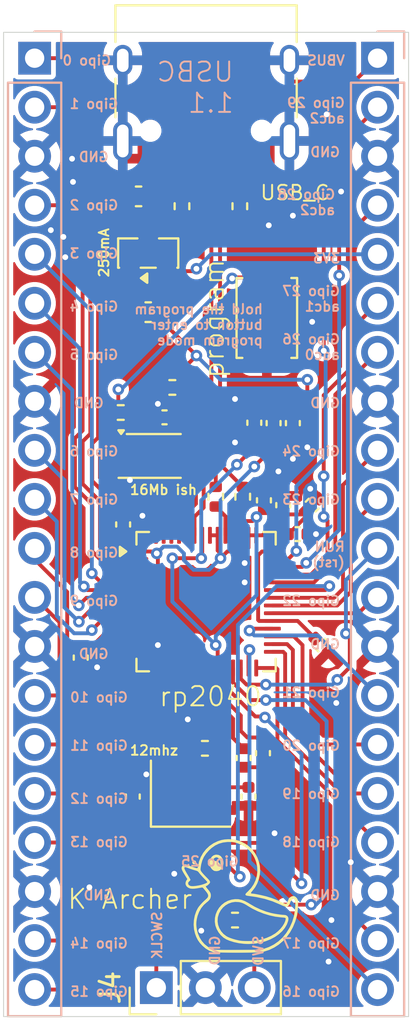
<source format=kicad_pcb>
(kicad_pcb (version 20241229) (generator "pcbnew") (generator_version "9.0")
  (layers (0 "F.Cu" signal) (2 "B.Cu" signal) (13 "F.Paste" user) (15 "B.Paste" user) (5 "F.SilkS" user "F.Silkscreen") (7 "B.SilkS" user "B.Silkscreen") (1 "F.Mask" user) (3 "B.Mask" user) (25 "Edge.Cuts" user))
  (net 0 "")
  (net 1 "GND")
  (net 2 "+3V3")
  (net 3 "+1V1")
  (net 4 "VBUS")
  (net 5 "XIN")
  (net 6 "Net-(C16-Pad2)")
  (net 7 "USB_D-")
  (net 8 "USB_D+")
  (net 9 "Net-(J1-CC2)")
  (net 10 "Net-(J1-CC1)")
  (net 11 "GIPO15")
  (net 12 "GIPO13")
  (net 13 "GIPO7")
  (net 14 "GIPO4")
  (net 15 "GIPO3")
  (net 16 "GIPO0")
  (net 17 "GIPO2")
  (net 18 "GIPO14")
  (net 19 "GIPO1")
  (net 20 "GIPO8")
  (net 21 "GIPO12")
  (net 22 "GIPO10")
  (net 23 "GIPO6")
  (net 24 "GIPO9")
  (net 25 "GIPO11")
  (net 26 "GIPO5")
  (net 27 "GIPO22")
  (net 28 "GIPO28_ADC2")
  (net 29 "GIPO17")
  (net 30 "GIPO26_ADC0")
  (net 31 "GIPO24")
  (net 32 "GIPO23")
  (net 33 "GIPO20")
  (net 34 "GIPO21")
  (net 35 "GIPO29_ADC3")
  (net 36 "GIPO19")
  (net 37 "RUN")
  (net 38 "GIPO27_ADC1")
  (net 39 "GIPO18")
  (net 40 "GIPO16")
  (net 41 "GIPO25")
  (net 42 "SWD")
  (net 43 "SWCLK")
  (net 44 "Net-(U1-USB_DP)")
  (net 45 "Net-(U1-USB_DM)")
  (net 46 "XOUT")
  (net 47 "QSPI_SS")
  (net 48 "Net-(R7-Pad1)")
  (net 49 "QSPI_SCLK")
  (net 50 "QSPI_SD3")
  (net 51 "QSPI_SD0")
  (net 52 "QSPI_SD1")
  (net 53 "QSPI_SD2")
  (net 54 "Net-(D1-K)")
  (footprint "Capacitor_SMD:C_0603_1608Metric" (layer "F.Cu") (at 93 100.5 180)
    (property "Reference" "C14" (hide yes))
    (property "Value" "10uf" (hide yes))
  )
  (footprint "Capacitor_SMD:C_0402_1005Metric" (layer "F.Cu") (at 97.95 123.6 -90)
    (property "Reference" "C4" (hide yes))
    (property "Value" "0.1uf" (hide yes))
  )
  (footprint "Capacitor_SMD:C_0603_1608Metric" (layer "F.Cu") (at 92.5 94.5 180)
    (property "Reference" "C13" (hide yes))
    (property "Value" "10uf" (hide yes))
  )
  (footprint "Capacitor_SMD:C_0402_1005Metric" (layer "F.Cu") (at 100.5 106.25 90)
    (property "Reference" "C5" (hide yes))
    (property "Value" "0.1uf" (hide yes))
  )
  (footprint "LED_SMD:LED_0402_1005Metric" (layer "F.Cu") (at 96.475 129.01)
    (property "Reference" "D1" (hide yes))
    (property "Value" "red" (hide yes))
  )
  (footprint "Package_TO_SOT_SMD:SOT-23" (layer "F.Cu") (at 93 97.4375 90)
    (property "Reference" "U4" (hide yes))
    (property "Value" "MCP1700x-330xxTT" (hide yes))
  )
  (footprint "Capacitor_SMD:C_0402_1005Metric" (layer "F.Cu") (at 102 117.75 -45)
    (property "Reference" "C2" (hide yes))
    (property "Value" "0.1uf" (hide yes))
  )
  (footprint "Resistor_SMD:R_0402_1005Metric" (layer "F.Cu") (at 97.5 132)
    (property "Reference" "R8" (hide yes))
    (property "Value" "1K" (hide yes))
  )
  (footprint "Package_DFN_QFN:QFN-56-1EP_7x7mm_P0.4mm_EP3.2x3.2mm" (layer "F.Cu") (at 96 115.5)
    (property "Reference" "U1" (hide yes))
    (property "Value" "RP2040" (hide yes))
  )
  (footprint "Resistor_SMD:R_0402_1005Metric" (layer "F.Cu") (at 94.25 104.4 180)
    (property "Reference" "R6" (hide yes))
    (property "Value" "10K" (hide yes))
  )
  (footprint "LOGO" (layer "F.Cu") (at 98.151026 130.749317)
    (property "Reference" "G***" (hide yes))
    (property "Value" "LOGO" (hide yes))
  )
  (footprint "Capacitor_SMD:C_0402_1005Metric" (layer "F.Cu") (at 100 110.5 90)
    (property "Reference" "C1" (hide yes))
    (property "Value" "1uf" (hide yes))
  )
  (footprint "Resistor_SMD:R_0402_1005Metric" (layer "F.Cu") (at 97.9 110.0625 -90)
    (property "Reference" "R4" (hide yes))
    (property "Value" "27" (hide yes))
  )
  (footprint "Capacitor_SMD:C_0402_1005Metric" (layer "F.Cu") (at 92.2 125.6 -90)
    (property "Reference" "C16" (hide yes))
    (property "Value" "33pF" (hide yes))
  )
  (footprint "Capacitor_SMD:C_0402_1005Metric" (layer "F.Cu") (at 98.95 123.35 -90)
    (property "Reference" "C11" (hide yes))
    (property "Value" "0.1uf" (hide yes))
  )
  (footprint "Capacitor_SMD:C_0402_1005Metric" (layer "F.Cu") (at 93.845 105.95 180)
    (property "Reference" "C6" (hide yes))
    (property "Value" "0.1uf" (hide yes))
  )
  (footprint "Capacitor_SMD:C_0402_1005Metric" (layer "F.Cu") (at 98.2 125.6 90)
    (property "Reference" "C15" (hide yes))
    (property "Value" "33pF" (hide yes))
  )
  (footprint "Resistor_SMD:R_0402_1005Metric" (layer "F.Cu") (at 95.94 123.1)
    (property "Reference" "R5" (hide yes))
    (property "Value" "1K" (hide yes))
  )
  (footprint "Resistor_SMD:R_0402_1005Metric" (layer "F.Cu") (at 91.575 105.7)
    (property "Reference" "R7" (hide yes))
    (property "Value" "1k" (hide yes))
  )
  (footprint "Capacitor_SMD:C_0402_1005Metric" (layer "F.Cu") (at 100.75 112)
    (property "Reference" "C7" (hide yes))
    (property "Value" "0.1uf" (hide yes))
  )
  (footprint "Capacitor_SMD:C_0402_1005Metric" (layer "F.Cu") (at 91.7 111.5 90)
    (property "Reference" "C8" (hide yes))
    (property "Value" "0.1uf" (hide yes))
  )
  (footprint "Capacitor_SMD:C_0402_1005Metric" (layer "F.Cu") (at 99.5 106.25 90)
    (property "Reference" "C3" (hide yes))
    (property "Value" "0.1uf" (hide yes))
  )
  (footprint "Capacitor_SMD:C_0402_1005Metric" (layer "F.Cu") (at 101.5 110.5 45)
    (property "Reference" "C9" (hide yes))
    (property "Value" "0.1uf" (hide yes))
  )
  (footprint "Connector_USB:USB_C_Receptacle_HRO_TYPE-C-31-M-12" (layer "F.Cu") (at 96 88.5 180)
    (property "Reference" "J1" (hide yes))
    (property "Value" "USB_C_Receptacle_USB2.0_14P" (hide yes))
  )
  (footprint "Capacitor_SMD:C_0402_1005Metric" (layer "F.Cu") (at 98.5 106.23 90)
    (property "Reference" "C10" (hide yes))
    (property "Value" "1uf" (hide yes))
  )
  (footprint "Capacitor_SMD:C_0402_1005Metric" (layer "F.Cu") (at 89.5 118.4 -90)
    (property "Reference" "C17" (hide yes))
    (property "Value" "0.1uf" (hide yes))
  )
  (footprint "Resistor_SMD:R_0402_1005Metric" (layer "F.Cu") (at 94.75 95.01 -90)
    (property "Reference" "R2" (hide yes))
    (property "Value" "5.1k" (hide yes))
  )
  (footprint "Crystal:Crystal_SMD_3225-4Pin_3.2x2.5mm" (layer "F.Cu") (at 95.2 125.45)
    (property "Reference" "Y1" (hide yes))
    (property "Value" "12 MHz" (hide yes))
  )
  (footprint "Button_Switch_SMD:SW_Push_SPST_NO_Alps_SKRK" (layer "F.Cu") (at 99.15 100.8 90)
    (property "Reference" "SW1" (hide yes))
    (property "Value" "SW_Push" (hide yes))
  )
  (footprint "Resistor_SMD:R_0402_1005Metric" (layer "F.Cu") (at 97.75 95.01 -90)
    (property "Reference" "R1" (hide yes))
    (property "Value" "5.1k" (hide yes))
  )
  (footprint "Package_SON:Winbond_USON-8-1EP_3x2mm_P0.5mm_EP0.2x1.6mm" (layer "F.Cu") (at 93.075 107.95)
    (property "Reference" "U3" (hide yes))
    (property "Value" "W25Q16JVZPIQ TR" (hide yes))
  )
  (footprint "Resistor_SMD:R_0402_1005Metric" (layer "F.Cu") (at 96.5 110.0625 -90)
    (property "Reference" "R3" (hide yes))
    (property "Value" "27" (hide yes))
  )
  (footprint "Capacitor_SMD:C_0402_1005Metric" (layer "F.Cu") (at 99 110.25 90)
    (property "Reference" "C12" (hide yes))
    (property "Value" "0.1uf" (hide yes))
  )
  (footprint "Connector_PinHeader_2.54mm:PinHeader_1x03_P2.54mm_Vertical" (layer "F.Cu") (at 93.42 135.5 90)
    (property "Reference" "J4")
    (property "Value" "Conn_01x03" (hide yes))
  )
  (footprint "Connector_PinHeader_2.54mm:PinHeader_1x20_P2.54mm_Vertical" (layer "B.Cu") (at 104.89 87.34 180)
    (property "Reference" "J3" (hide yes))
    (property "Value" "Conn_01x20" (hide yes))
  )
  (footprint "Connector_PinHeader_2.54mm:PinHeader_1x20_P2.54mm_Vertical" (layer "B.Cu") (at 87.11 87.34 180)
    (property "Reference" "J2" (hide yes))
    (property "Value" "Conn_01x20" (hide yes))
  )
  (gr_rect (start 85.5 86) (end 106.5 137) (stroke (width 0.05)) (fill no) (layer "Edge.Cuts"))
  (gr_text "16Mb ish" (at 92 110 0) (layer "F.SilkS") (effects (font (size 0.5 0.5) (thickness 0.1)) (justify left bottom)))
  (gr_text "K Archer" (at 88.75 131.5 0) (layer "F.SilkS") (effects (font (size 1 1) (thickness 0.1)) (justify left bottom)))
  (gr_text "12mhz" (at 92 123.5 0) (layer "F.SilkS") (effects (font (size 0.5 0.5) (thickness 0.1)) (justify left bottom)))
  (gr_text "rp2040" (at 93.5 121 0) (layer "F.SilkS") (effects (font (size 1 1) (thickness 0.1)) (justify left bottom)))
  (gr_text "250mA" (at 91 98.75 90) (layer "F.SilkS") (effects (font (size 0.5 0.5) (thickness 0.1)) (justify left bottom)))
  (gr_text "USB_C" (at 98.75 94.75 0) (layer "F.SilkS") (effects (font (size 0.75 0.75) (thickness 0.1)) (justify left bottom)))
  (gr_text "program" (at 97 104 90) (layer "F.SilkS") (effects (font (size 1 1) (thickness 0.1)) (justify left bottom)))
  (gr_text "Gipo 3" (at 91.5 97.75 0) (layer "B.SilkS") (effects (font (size 0.5 0.5) (thickness 0.1)) (justify left bottom mirror)))
  (gr_text "Gipo 11" (at 92 123.25 0) (layer "B.SilkS") (effects (font (size 0.5 0.5) (thickness 0.1)) (justify left bottom mirror)))
  (gr_text "Gipo 29\nadc2" (at 103.25 90.75 0) (layer "B.SilkS") (effects (font (size 0.5 0.5) (thickness 0.1)) (justify left bottom mirror)))
  (gr_text "Gipo 23" (at 103 110.5 0) (layer "B.SilkS") (effects (font (size 0.5 0.5) (thickness 0.1)) (justify left bottom mirror)))
  (gr_text "VBUS" (at 103.25 87.75 0) (layer "B.SilkS") (effects (font (size 0.5 0.5) (thickness 0.1)) (justify left bottom mirror)))
  (gr_text "Gipo 21" (at 103 120.5 0) (layer "B.SilkS") (effects (font (size 0.5 0.5) (thickness 0.1)) (justify left bottom mirror)))
  (gr_text "Gipo 6" (at 91.5 108 0) (layer "B.SilkS") (effects (font (size 0.5 0.5) (thickness 0.1)) (justify left bottom mirror)))
  (gr_text "GND" (at 91 92.75 0) (layer "B.SilkS") (effects (font (size 0.5 0.5) (thickness 0.1)) (justify left bottom mirror)))
  (gr_text "Gipo 25" (at 97.75 129.25 0) (layer "B.SilkS") (effects (font (size 0.5 0.5) (thickness 0.1)) (justify left bottom mirror)))
  (gr_text "Gipo 24" (at 103 108 0) (layer "B.SilkS") (effects (font (size 0.5 0.5) (thickness 0.1)) (justify left bottom mirror)))
  (gr_text "Gipo 20" (at 103 123.25 0) (layer "B.SilkS") (effects (font (size 0.5 0.5) (thickness 0.1)) (justify left bottom mirror)))
  (gr_text "GND" (at 103 131 0) (layer "B.SilkS") (effects (font (size 0.5 0.5) (thickness 0.1)) (justify left bottom mirror)))
  (gr_text "USBC\n1.1" (at 97.5 90.25 0) (layer "B.SilkS") (effects (font (size 1 1) (thickness 0.1)) (justify left bottom mirror)))
  (gr_text "GND" (at 91 118.5 0) (layer "B.SilkS") (effects (font (size 0.5 0.5) (thickness 0.1)) (justify left bottom mirror)))
  (gr_text "RUN\n(rst)" (at 103.25 113.75 0) (layer "B.SilkS") (effects (font (size 0.5 0.5) (thickness 0.1)) (justify left bottom mirror)))
  (gr_text "GND" (at 96.75 132.75 90) (layer "B.SilkS") (effects (font (size 0.5 0.5) (thickness 0.1)) (justify left bottom mirror)))
  (gr_text "Gipo 8" (at 91.5 113.25 0) (layer "B.SilkS") (effects (font (size 0.5 0.5) (thickness 0.1)) (justify left bottom mirror)))
  (gr_text "3V3" (at 103 98 0) (layer "B.SilkS") (effects (font (size 0.5 0.5) (thickness 0.1)) (justify left bottom mirror)))
  (gr_text "Gipo 17" (at 103 133.5 0) (layer "B.SilkS") (effects (font (size 0.5 0.5) (thickness 0.1)) (justify left bottom mirror)))
  (gr_text "Gipo 9" (at 91.5 115.75 0) (layer "B.SilkS") (effects (font (size 0.5 0.5) (thickness 0.1)) (justify left bottom mirror)))
  (gr_text "Gipo 5" (at 91.5 103 0) (layer "B.SilkS") (effects (font (size 0.5 0.5) (thickness 0.1)) (justify left bottom mirror)))
  (gr_text "GND" (at 103 92.5 0) (layer "B.SilkS") (effects (font (size 0.5 0.5) (thickness 0.1)) (justify left bottom mirror)))
  (gr_text "Gipo 26\nadc0" (at 103 103 0) (layer "B.SilkS") (effects (font (size 0.5 0.5) (thickness 0.1)) (justify left bottom mirror)))
  (gr_text "GND" (at 103 105.5 0) (layer "B.SilkS") (effects (font (size 0.5 0.5) (thickness 0.1)) (justify left bottom mirror)))
  (gr_text "Gipo 27\nadc1" (at 103 100.5 0) (layer "B.SilkS") (effects (font (size 0.5 0.5) (thickness 0.1)) (justify left bottom mirror)))
  (gr_text "Gipo 12" (at 92 126 0) (layer "B.SilkS") (effects (font (size 0.5 0.5) (thickness 0.1)) (justify left bottom mirror)))
  (gr_text "Gipo 19" (at 103 125.75 0) (layer "B.SilkS") (effects (font (size 0.5 0.5) (thickness 0.1)) (justify left bottom mirror)))
  (gr_text "GND" (at 90.75 105.5 0) (layer "B.SilkS") (effects (font (size 0.5 0.5) (thickness 0.1)) (justify left bottom mirror)))
  (gr_text "SWCLK" (at 93.75 131.5 90) (layer "B.SilkS") (effects (font (size 0.5 0.5) (thickness 0.1)) (justify left bottom mirror)))
  (gr_text "SWD" (at 99 132.75 90) (layer "B.SilkS") (effects (font (size 0.5 0.5) (thickness 0.1)) (justify left bottom mirror)))
  (gr_text "Gipo 18" (at 103 128.25 0) (layer "B.SilkS") (effects (font (size 0.5 0.5) (thickness 0.1)) (justify left bottom mirror)))
  (gr_text "Gipo 0" (at 88.5 87.75 0) (layer "B.SilkS") (effects (font (size 0.5 0.5) (thickness 0.1)) (justify right bottom mirror)))
  (gr_text "Gipo 1" (at 91.5 90 0) (layer "B.SilkS") (effects (font (size 0.5 0.5) (thickness 0.1)) (justify left bottom mirror)))
  (gr_text "Gipo 15" (at 92 136 0) (layer "B.SilkS") (effects (font (size 0.5 0.5) (thickness 0.1)) (justify left bottom mirror)))
  (gr_text "Gipo 14" (at 92 133.5 0) (layer "B.SilkS") (effects (font (size 0.5 0.5) (thickness 0.1)) (justify left bottom mirror)))
  (gr_text "GND" (at 91.25 131 0) (layer "B.SilkS") (effects (font (size 0.5 0.5) (thickness 0.1)) (justify left bottom mirror)))
  (gr_text "hold the program\nbutton to enter\nprogram mode" (at 99 102.25 0) (layer "B.SilkS") (effects (font (size 0.5 0.5) (thickness 0.1)) (justify left bottom mirror)))
  (gr_text "Gipo 4" (at 91.5 100.5 0) (layer "B.SilkS") (effects (font (size 0.5 0.5) (thickness 0.1)) (justify left bottom mirror)))
  (gr_text "Gipo 13" (at 92 128.25 0) (layer "B.SilkS") (effects (font (size 0.5 0.5) (thickness 0.1)) (justify left bottom mirror)))
  (gr_text "Gipo 2" (at 91.5 95.25 0) (layer "B.SilkS") (effects (font (size 0.5 0.5) (thickness 0.1)) (justify left bottom mirror)))
  (gr_text "Gipo 22" (at 103 115.75 0) (layer "B.SilkS") (effects (font (size 0.5 0.5) (thickness 0.1)) (justify left bottom mirror)))
  (gr_text "Gipo 7" (at 91.5 110.5 0) (layer "B.SilkS") (effects (font (size 0.5 0.5) (thickness 0.1)) (justify left bottom mirror)))
  (gr_text "Gipo 10" (at 92 120.75 0) (layer "B.SilkS") (effects (font (size 0.5 0.5) (thickness 0.1)) (justify left bottom mirror)))
  (gr_text "Gipo 16" (at 103 136 0) (layer "B.SilkS") (effects (font (size 0.5 0.5) (thickness 0.1)) (justify left bottom mirror)))
  (gr_text "GND" (at 103 118 0) (layer "B.SilkS") (effects (font (size 0.5 0.5) (thickness 0.1)) (justify left bottom mirror)))
  (gr_text "Gipo 28\nadc2" (at 102.75 95.5 0) (layer "B.SilkS") (effects (font (size 0.5 0.5) (thickness 0.1)) (justify left bottom mirror)))
  (segment (start 91.65 108.8) (end 92.05 109.2) (width 0.2) (layer "F.Cu") (net 1))
  (segment (start 101.23 112) (end 101.697 112) (width 0.2) (layer "F.Cu") (net 1))
  (segment (start 92.9 124.45) (end 93.95 124.45) (width 0.2) (layer "F.Cu") (net 1))
  (segment (start 89.5 118.88) (end 90.33 118.88) (width 0.2) (layer "F.Cu") (net 1))
  (segment (start 93.95 124.45) (end 94.1 124.6) (width 0.2) (layer "F.Cu") (net 1))
  (segment (start 95.05 121.6) (end 94.998 121.548) (width 0.2) (layer "F.Cu") (net 1))
  (segment (start 98.7 124.08) (end 98.95 123.83) (width 0.2) (layer "F.Cu") (net 1))
  (segment (start 101.4 109.721178) (end 101.839411 110.160589) (width 0.2) (layer "F.Cu") (net 1))
  (segment (start 101.4 109.65) (end 101.4 109.721178) (width 0.2) (layer "F.Cu") (net 1))
  (segment (start 91.65 108.7) (end 91.65 108.8) (width 0.2) (layer "F.Cu") (net 1))
  (segment (start 95.05 121.55) (end 94.998 121.498) (width 0.2) (layer "F.Cu") (net 1))
  (segment (start 90.33 118.88) (end 90.35 118.9) (width 0.2) (layer "F.Cu") (net 1))
  (segment (start 92.2 125.12) (end 93.58 125.12) (width 0.2) (layer "F.Cu") (net 1))
  (segment (start 95.05 121.6) (end 95.05 121.55) (width 0.2) (layer "F.Cu") (net 1))
  (segment (start 97.95 124.08) (end 98.7 124.08) (width 0.2) (layer "F.Cu") (net 1))
  (via (at 92.9 124.45) (size 0.6) (drill 0.3) (layers "F.Cu" "B.Cu") (net 1))
  (via (at 103 94.25) (size 0.6) (drill 0.3) (layers "F.Cu" "B.Cu") (net 1))
  (via (at 101.5 101) (size 0.6) (drill 0.3) (layers "F.Cu" "B.Cu") (net 1))
  (via (at 95.75 132.55) (size 0.6) (drill 0.3) (layers "F.Cu" "B.Cu") (net 1))
  (via (at 94.35 129.6) (size 0.6) (drill 0.3) (layers "F.Cu" "B.Cu") (net 1))
  (via (at 89.1 93.75) (size 0.6) (drill 0.3) (layers "F.Cu" "B.Cu") (net 1))
  (via (at 95.05 121.6) (size 0.6) (drill 0.3) (layers "F.Cu" "B.Cu") (net 1))
  (via (at 101.25 107.5) (size 0.6) (drill 0.3) (layers "F.Cu" "B.Cu") (net 1))
  (via (at 97.5 107.25) (size 0.6) (drill 0.3) (layers "F.Cu" "B.Cu") (net 1))
  (via (at 89.95 130.3) (size 0.6) (drill 0.3) (layers "F.Cu" "B.Cu") (net 1))
  (via (at 92.05 109.2) (size 0.6) (drill 0.3) (layers "F.Cu" "B.Cu") (net 1))
  (via (at 99.55 127.5) (size 0.6) (drill 0.3) (layers "F.Cu" "B.Cu") (net 1))
  (via (at 100.5 95.5) (size 0.6) (drill 0.3) (layers "F.Cu" "B.Cu") (net 1))
  (via (at 93.5 117.75) (size 0.6) (drill 0.3) (layers "F.Cu" "B.Cu") (net 1))
  (via (at 97.5 105) (size 0.6) (drill 0.3) (layers "F.Cu" "B.Cu") (net 1))
  (via (at 98 113.5) (size 0.6) (drill 0.3) (layers "F.Cu" "B.Cu") (net 1))
  (via (at 101.4 109.65) (size 0.6) (drill 0.3) (layers "F.Cu" "B.Cu") (net 1))
  (via (at 93.5 105.25) (size 0.6) (drill 0.3) (layers "F.Cu" "B.Cu") (net 1))
  (via (at 87.95 96.25) (size 0.6) (drill 0.3) (layers "F.Cu" "B.Cu") (net 1))
  (via (at 100.5 108.1) (size 0.6) (drill 0.3) (layers "F.Cu" "B.Cu") (net 1))
  (via (at 102.5 132) (size 0.6) (drill 0.3) (layers "F.Cu" "B.Cu") (net 1))
  (via (at 99.25 96) (size 0.6) (drill 0.3) (layers "F.Cu" "B.Cu") (net 1))
  (via (at 88.7 97.65) (size 0.6) (drill 0.3) (layers "F.Cu" "B.Cu") (net 1))
  (via (at 102.25 90.25) (size 0.6) (drill 0.3) (layers "F.Cu" "B.Cu") (net 1))
  (via (at 99.75 108.75) (size 0.6) (drill 0.3) (layers "F.Cu" "B.Cu") (net 1))
  (via (at 102.75 120.75) (size 0.6) (drill 0.3) (layers "F.Cu" "B.Cu") (net 1))
  (via (at 90.35 118.9) (size 0.6) (drill 0.3) (layers "F.Cu" "B.Cu") (net 1))
  (via (at 88.6 96.6) (size 0.6) (drill 0.3) (layers "F.Cu" "B.Cu") (net 1))
  (via (at 103.5 129) (size 0.6) (drill 0.3) (layers "F.Cu" "B.Cu") (net 1))
  (via (at 102.35 134.15) (size 0.6) (drill 0.3) (layers "F.Cu" "B.Cu") (net 1))
  (via (at 89.05 92.55) (size 0.6) (drill 0.3) (layers "F.Cu" "B.Cu") (net 1))
  (via (at 92.7 111.05) (size 0.6) (drill 0.3) (layers "F.Cu" "B.Cu") (net 1))
  (via (at 101.697 112) (size 0.6) (drill 0.3) (layers "F.Cu" "B.Cu") (net 1))
  (via (at 98 114.5) (size 0.6) (drill 0.3) (layers "F.Cu" "B.Cu") (net 1))
  (segment (start 101.697 112) (end 101.4 111.703) (width 0.2) (layer "B.Cu") (net 1))
  (segment (start 101.4 111.703) (end 101.4 109.65) (width 0.2) (layer "B.Cu") (net 1))
  (segment (start 101.02 110.98) (end 101.160589 110.839411) (width 0.2) (layer "F.Cu") (net 2))
  (segment (start 94.325 104.835) (end 94.76 104.4) (width 0.2) (layer "F.Cu") (net 2))
  (segment (start 99.125 107.875) (end 98.5 108.5) (width 0.2) (layer "F.Cu") (net 2))
  (segment (start 98.699 113.103226) (end 98.902226 112.9) (width 0.2) (layer "F.Cu") (net 2))
  (segment (start 89.98 117.92) (end 89.5 117.92) (width 0.2) (layer "F.Cu") (net 2))
  (segment (start 99.4375 116.5) (end 100.75 116.5) (width 0.2) (layer "F.Cu") (net 2))
  (segment (start 96.2 120.3671) (end 96.2 118.9375) (width 0.2) (layer "F.Cu") (net 2))
  (segment (start 95.375 98.375) (end 95.5 98.25) (width 0.2) (layer "F.Cu") (net 2))
  (segment (start 93.25 116.5) (end 93.5 116.75) (width 0.2) (layer "F.Cu") (net 2))
  (segment (start 98.699 116.449) (end 98.699 113.103226) (width 0.2) (layer "F.Cu") (net 2))
  (segment (start 99.355 107.875) (end 100.5 106.73) (width 0.2) (layer "F.Cu") (net 2))
  (segment (start 93.15 112.9) (end 92.5625 112.9) (width 0.2) (layer "F.Cu") (net 2))
  (segment (start 92.5625 112.9) (end 92 112.9) (width 0.2) (layer "F.Cu") (net 2))
  (segment (start 100.75 116.5) (end 101.660589 117.410589) (width 0.2) (layer "F.Cu") (net 2))
  (segment (start 92 112.9) (end 91.7 112.6) (width 0.2) (layer "F.Cu") (net 2))
  (segment (start 93.5 113.25) (end 93.15 112.9) (width 0.2) (layer "F.Cu") (net 2))
  (segment (start 95.5 117.702226) (end 96.2 118.402226) (width 0.2) (layer "F.Cu") (net 2))
  (segment (start 96.599 112.849) (end 96.599 112.0625) (width 0.2) (layer "F.Cu") (net 2))
  (segment (start 101.160589 111.109411) (end 100.27 112) (width 0.2) (layer "F.Cu") (net 2))
  (segment (start 96.6 112.0625) (end 96.2 112.0625) (width 0.2) (layer "F.Cu") (net 2))
  (segment (start 100.0875 112.1825) (end 100.0875 112.25) (width 0.2) (layer "F.Cu") (net 2))
  (segment (start 100 110.98) (end 98.9175 112.0625) (width 0.2) (layer "F.Cu") (net 2))
  (segment (start 93.775 100.5) (end 93.775 101.025) (width 0.2) (layer "F.Cu") (net 2))
  (segment (start 93.5 116.75) (end 93.75 116.75) (width 0.2) (layer "F.Cu") (net 2))
  (segment (start 94.76 103.49) (end 95.5 102.75) (width 0.2) (layer "F.Cu") (net 2))
  (segment (start 94.76 104.4) (end 94.76 103.49) (width 0.2) (layer "F.Cu") (net 2))
  (segment (start 94.325 105.95) (end 94.325 104.835) (width 0.2) (layer "F.Cu") (net 2))
  (segment (start 101.25 105.98) (end 100.5 106.73) (width 0.2) (layer "F.Cu") (net 2))
  (segment (start 98.75 116.5) (end 98.699 116.449) (width 0.2) (layer "F.Cu") (net 2))
  (segment (start 97.95 123.12) (end 97.4 122.57) (width 0.2) (layer "F.Cu") (net 2))
  (segment (start 93.5 116.25) (end 93.5 113.25) (width 0.2) (layer "F.Cu") (net 2))
  (segment (start 93.75 116.75) (end 94 117) (width 0.2) (layer "F.Cu") (net 2))
  (segment (start 93.95 98.375) (end 93.95 100.325) (width 0.2) (layer "F.Cu") (net 2))
  (segment (start 98.9175 112.0625) (end 98.2 112.0625) (width 0.2) (layer "F.Cu") (net 2))
  (segment (start 94.325 105.95) (end 94.325 107.025) (width 0.2) (layer "F.Cu") (net 2))
  (segment (start 97.101 112.899) (end 98.001 112.899) (width 0.2) (layer "F.Cu") (net 2))
  (segment (start 96.75 113.25) (end 97.101 112.899) (width 0.2) (layer "F.Cu") (net 2))
  (segment (start 101.25 104) (end 101.25 105.98) (width 0.2) (layer "F.Cu") (net 2))
  (segment (start 91.4 116.5) (end 89.98 117.92) (width 0.2) (layer "F.Cu") (net 2))
  (segment (start 99.5 106.73) (end 99.5 107.5) (width 0.2) (layer "F.Cu") (net 2))
  (segment (start 92.5625 116.5) (end 91.4 116.5) (width 0.2) (layer "F.Cu") (net 2))
  (segment (start 97.4 122.57) (end 97.4 121.5671) (width 0.2) (layer "F.Cu") (net 2))
  (segment (start 93.95 98.375) (end 95.375 98.375) (width 0.2) (layer "F.Cu") (net 2))
  (segment (start 99.5 107.5) (end 99.125 107.875) (width 0.2) (layer "F.Cu") (net 2))
  (segment (start 98.001 112.899) (end 98.2 112.7) (width 0.2) (layer "F.Cu") (net 2))
  (segment (start 94.25 117.5) (end 95.5 117.5) (width 0.2) (layer "F.Cu") (net 2))
  (segment (start 95.5 117.5) (end 95.5 117.702226) (width 0.2) (layer "F.Cu") (net 2))
  (segment (start 98.2 112.7) (end 98.2 112.0625) (width 0.2) (layer "F.Cu") (net 2))
  (segment (start 93.775 101.025) (end 95.5 102.75) (width 0.2) (layer "F.Cu") (net 2))
  (segment (start 101.160589 110.839411) (end 101.160589 111.109411) (width 0.2) (layer "F.Cu") (net 2))
  (segment (start 100.27 112) (end 100.0875 112.1825) (width 0.2) (layer "F.Cu") (net 2))
  (segment (start 92.5625 116.5) (end 93.25 116.5) (width 0.2) (layer "F.Cu") (net 2))
  (segment (start 91.7 112.6) (end 91.7 111.98) (width 0.2) (layer "F.Cu") (net 2))
  (segment (start 100.0875 112.25) (end 99.4375 112.9) (width 0.2) (layer "F.Cu") (net 2))
  (segment (start 99.125 107.875) (end 99.355 107.875) (width 0.2) (layer "F.Cu") (net 2))
  (segment (start 96.75 113.25) (end 96.75 113) (width 0.2) (layer "F.Cu") (net 2))
  (segment (start 94.325 107.025) (end 94.5 107.2) (width 0.2) (layer "F.Cu") (net 2))
  (segment (start 98.902226 112.9) (end 99.4375 112.9) (width 0.2) (layer "F.Cu") (net 2))
  (segment (start 97.4 121.5671) (end 96.2 120.3671) (width 0.2) (layer "F.Cu") (net 2))
  (segment (start 93.25 116.5) (end 93.5 116.25) (width 0.2) (layer "F.Cu") (net 2))
  (segment (start 99.4375 116.5) (end 98.75 116.5) (width 0.2) (layer "F.Cu") (net 2))
  (segment (start 100 110.98) (end 101.02 110.98) (width 0.2) (layer "F.Cu") (net 2))
  (segment (start 96.2 118.402226) (end 96.2 118.9375) (width 0.2) (layer "F.Cu") (net 2))
  (segment (start 96.75 113) (end 96.599 112.849) (width 0.2) (layer "F.Cu") (net 2))
  (segment (start 94 117) (end 94 117.25) (width 0.2) (layer "F.Cu") (net 2))
  (segment (start 93.95 100.325) (end 93.775 100.5) (width 0.2) (layer "F.Cu") (net 2))
  (segment (start 94 117.25) (end 94.25 117.5) (width 0.2) (layer "F.Cu") (net 2))
  (via (at 95.5 102.75) (size 0.6) (drill 0.3) (layers "F.Cu" "B.Cu") (net 2))
  (via (at 101.25 104) (size 0.6) (drill 0.3) (layers "F.Cu" "B.Cu") (net 2))
  (via (at 93.440804 112.999999) (size 0.6) (drill 0.3) (layers "F.Cu" "B.Cu") (net 2))
  (via (at 95.5 98.25) (size 0.6) (drill 0.3) (layers "F.Cu" "B.Cu") (net 2))
  (via (at 98.5 108.5) (size 0.6) (drill 0.3) (layers "F.Cu" "B.Cu") (net 2))
  (via (at 96.75 113.25) (size 0.6) (drill 0.3) (layers "F.Cu" "B.Cu") (net 2))
  (segment (start 96.25 97.5) (end 104.89 97.5) (width 0.2) (layer "B.Cu") (net 2))
  (segment (start 95.5 98.25) (end 96.25 97.5) (width 0.2) (layer "B.Cu") (net 2))
  (segment (start 95.352057 113.851) (end 94.851 113.349943) (width 0.2) (layer "B.Cu") (net 2))
  (segment (start 95.5 102.75) (end 96.75 104) (width 0.2) (layer "B.Cu") (net 2))
  (segment (start 98.5 108.5) (end 96.75 110.25) (width 0.2) (layer "B.Cu") (net 2))
  (segment (start 96.75 104) (end 101.25 104) (width 0.2) (layer "B.Cu") (net 2))
  (segment (start 93.791803 112.649) (end 93.440804 112.999999) (width 0.2) (layer "B.Cu") (net 2))
  (segment (start 94.851 113.001057) (end 94.498943 112.649) (width 0.2) (layer "B.Cu") (net 2))
  (segment (start 96.75 113.25) (end 96.149 113.851) (width 0.2) (layer "B.Cu") (net 2))
  (segment (start 96.75 110.25) (end 96.75 113.25) (width 0.2) (layer "B.Cu") (net 2))
  (segment (start 94.851 113.349943) (end 94.851 113.001057) (width 0.2) (layer "B.Cu") (net 2))
  (segment (start 94.498943 112.649) (end 93.791803 112.649) (width 0.2) (layer "B.Cu") (net 2))
  (segment (start 96.149 113.851) (end 95.352057 113.851) (width 0.2) (layer "B.Cu") (net 2))
  (segment (start 96.6 118.9375) (end 96.6 117.85) (width 0.2) (layer "F.Cu") (net 3))
  (segment (start 97.8 122.2) (end 97.8 121.4) (width 0.2) (layer "F.Cu") (net 3))
  (segment (start 98.619 122.539) (end 98.139 122.539) (width 0.2) (layer "F.Cu") (net 3))
  (segment (start 96.6 117.85) (end 96.5 117.75) (width 0.2) (layer "F.Cu") (net 3))
  (segment (start 98.406 111.324) (end 98.003226 111.324) (width 0.2) (layer "F.Cu") (net 3))
  (segment (start 95.8 112.0625) (end 95.8 113.2) (width 0.2) (layer "F.Cu") (net 3))
  (segment (start 98.5 107.5) (end 97.598015 108.401985) (width 0.2) (layer "F.Cu") (net 3))
  (segment (start 98.615 111.115) (end 98.406 111.324) (width 0.2) (layer "F.Cu") (net 3))
  (segment (start 98.95 122.87) (end 98.619 122.539) (width 0.2) (layer "F.Cu") (net 3))
  (segment (start 99 110.73) (end 98.615 111.115) (width 0.2) (layer "F.Cu") (net 3))
  (segment (start 95.8 113.2) (end 95.75 113.25) (width 0.2) (layer "F.Cu") (net 3))
  (segment (start 97.8 121.4) (end 96.6 120.2) (width 0.2) (layer "F.Cu") (net 3))
  (segment (start 98.003226 111.324) (end 97.8 111.527226) (width 0.2) (layer "F.Cu") (net 3))
  (segment (start 98.139 122.539) (end 97.8 122.2) (width 0.2) (layer "F.Cu") (net 3))
  (segment (start 98.5 106.71) (end 98.5 107.5) (width 0.2) (layer "F.Cu") (net 3))
  (segment (start 97.8 111.527226) (end 97.8 112.0625) (width 0.2) (layer "F.Cu") (net 3))
  (segment (start 96.6 120.2) (end 96.6 118.9375) (width 0.2) (layer "F.Cu") (net 3))
  (segment (start 95.75 113.25) (end 94.25 113.25) (width 0.2) (layer "F.Cu") (net 3))
  (via (at 94.25 113.25) (size 0.6) (drill 0.3) (layers "F.Cu" "B.Cu") (net 3))
  (via (at 95.75 113.25) (size 0.6) (drill 0.3) (layers "F.Cu" "B.Cu") (net 3))
  (via (at 98.615 111.115) (size 0.6) (drill 0.3) (layers "F.Cu" "B.Cu") (net 3))
  (via (at 96.5 117.75) (size 0.6) (drill 0.3) (layers "F.Cu" "B.Cu") (net 3))
  (via (at 97.598015 108.401985) (size 0.6) (drill 0.3) (layers "F.Cu" "B.Cu") (net 3))
  (segment (start 94.25 113.25) (end 94.25 115.5) (width 0.2) (layer "B.Cu") (net 3))
  (segment (start 95.75 110.25) (end 95.75 113.25) (width 0.2) (layer "B.Cu") (net 3))
  (segment (start 96.5 117.282843) (end 96.5 117.75) (width 0.2) (layer "B.Cu") (net 3))
  (segment (start 97.598015 108.401985) (end 95.75 110.25) (width 0.2) (layer "B.Cu") (net 3))
  (segment (start 98.615 115.167843) (end 96.5 117.282843) (width 0.2) (layer "B.Cu") (net 3))
  (segment (start 98.615 111.115) (end 98.615 115.167843) (width 0.2) (layer "B.Cu") (net 3))
  (segment (start 94.25 115.5) (end 96.5 117.75) (width 0.2) (layer "B.Cu") (net 3))
  (segment (start 98.45 91.768) (end 98.45 92.545) (width 0.2) (layer "F.Cu") (net 4))
  (segment (start 100.482992 88.551) (end 103.679 88.551) (width 0.2) (layer "F.Cu") (net 4))
  (segment (start 93.275 94.725) (end 93 95) (width 0.2) (layer "F.Cu") (net 4))
  (segment (start 93.55 94.225) (end 93.275 94.5) (width 0.2) (layer "F.Cu") (net 4))
  (segment (start 93.55 91.768) (end 94.2 91.118) (width 0.2) (layer "F.Cu") (net 4))
  (segment (start 93.275 94.5) (end 93.275 94.725) (width 0.2) (layer "F.Cu") (net 4))
  (segment (start 94.2 91.118) (end 97.8 91.118) (width 0.2) (layer "F.Cu") (net 4))
  (segment (start 93.55 92.545) (end 93.55 94.225) (width 0.2) (layer "F.Cu") (net 4))
  (segment (start 97.8 91.118) (end 98.45 91.768) (width 0.2) (layer "F.Cu") (net 4))
  (segment (start 98.45 92.545) (end 98.214 92.309) (width 0.2) (layer "F.Cu") (net 4))
  (segment (start 98.214 92.309) (end 98.214 90.819992) (width 0.2) (layer "F.Cu") (net 4))
  (segment (start 98.214 90.819992) (end 100.482992 88.551) (width 0.2) (layer "F.Cu") (net 4))
  (segment (start 93 95) (end 93 96.5) (width 0.2) (layer "F.Cu") (net 4))
  (segment (start 93.55 92.545) (end 93.55 91.768) (width 0.2) (layer "F.Cu") (net 4))
  (segment (start 103.679 88.551) (end 104.89 87.34) (width 0.2) (layer "F.Cu") (net 4))
  (segment (start 92.38345 127.201) (end 91.188 126.00555) (width 0.2) (layer "F.Cu") (net 5))
  (segment (start 91.188 126.00555) (end 91.188 124.62735) (width 0.2) (layer "F.Cu") (net 5))
  (segment (start 95.399 120.799) (end 95.399 119.7) (width 0.2) (layer "F.Cu") (net 5))
  (segment (start 96.6 122.3) (end 96.6 122) (width 0.2) (layer "F.Cu") (net 5))
  (segment (start 91.188 124.62735) (end 93.41535 122.4) (width 0.2) (layer "F.Cu") (net 5))
  (segment (start 95.2 126.78616) (end 94.78516 127.201) (width 0.2) (layer "F.Cu") (net 5))
  (segment (start 94.78516 127.201) (end 92.38345 127.201) (width 0.2) (layer "F.Cu") (net 5))
  (segment (start 96.82 125.12) (end 98.2 125.12) (width 0.2) (layer "F.Cu") (net 5))
  (segment (start 96.6 122) (end 95.399 120.799) (width 0.2) (layer "F.Cu") (net 5))
  (segment (start 95.2 125.7) (end 95.2 126.78616) (width 0.2) (layer "F.Cu") (net 5))
  (segment (start 96.3 124.6) (end 95.2 125.7) (width 0.2) (layer "F.Cu") (net 5))
  (segment (start 96.5 122.4) (end 96.6 122.3) (width 0.2) (layer "F.Cu") (net 5))
  (segment (start 93.41535 122.4) (end 96.5 122.4) (width 0.2) (layer "F.Cu") (net 5))
  (segment (start 95.4 118.9375) (end 95.4 119.7) (width 0.2) (layer "F.Cu") (net 5))
  (segment (start 93.28245 123.1) (end 91.589 124.79345) (width 0.2) (layer "F.Cu") (net 6))
  (segment (start 92.2 126.08) (end 93.88 126.08) (width 0.2) (layer "F.Cu") (net 6))
  (segment (start 91.589 125.469) (end 92.2 126.08) (width 0.2) (layer "F.Cu") (net 6))
  (segment (start 95.43 123.1) (end 93.28245 123.1) (width 0.2) (layer "F.Cu") (net 6))
  (segment (start 91.589 124.79345) (end 91.589 125.469) (width 0.2) (layer "F.Cu") (net 6))
  (segment (start 96.75 91.568) (end 96.75 92.545) (width 0.2) (layer "F.Cu") (net 7))
  (segment (start 95.75 92.545) (end 95.75 91.587) (width 0.2) (layer "F.Cu") (net 7))
  (segment (start 96.75 93.632501) (end 96.725 93.657501) (width 0.2) (layer "F.Cu") (net 7))
  (segment (start 96.701 91.519) (end 96.75 91.568) (width 0.2) (layer "F.Cu") (net 7))
  (segment (start 95.818 91.519) (end 96.701 91.519) (width 0.2) (layer "F.Cu") (net 7))
  (segment (start 96.725 93.657501) (end 96.725 108.3775) (width 0.2) (layer "F.Cu") (net 7))
  (segment (start 96.75 92.545) (end 96.75 93.632501) (width 0.2) (layer "F.Cu") (net 7))
  (segment (start 95.75 91.587) (end 95.818 91.519) (width 0.2) (layer "F.Cu") (net 7))
  (segment (start 96.725 108.3775) (end 97.9 109.5525) (width 0.2) (layer "F.Cu") (net 7))
  (segment (start 95.25 93.522) (end 95.299 93.571) (width 0.2) (layer "F.Cu") (net 8))
  (segment (start 95.92881 100.855926) (end 95.92881 100.602116) (width 0.2) (layer "F.Cu") (net 8))
  (segment (start 96.275 100.255926) (end 96.275 100.002116) (width 0.2) (layer "F.Cu") (net 8))
  (segment (start 96.275 98.966748) (end 96.275 93.657501) (width 0.2) (layer "F.Cu") (net 8))
  (segment (start 96.179 93.571) (end 96.25 93.5) (width 0.2) (layer "F.Cu") (net 8))
  (segment (start 96.275 93.657501) (end 96.25 93.632501) (width 0.2) (layer "F.Cu") (net 8))
  (segment (start 95.25 92.545) (end 95.25 93.522) (width 0.2) (layer "F.Cu") (net 8))
  (segment (start 96.5 109.5525) (end 96.5 108.788897) (width 0.2) (layer "F.Cu") (net 8))
  (segment (start 96.25 93.632501) (end 96.25 92.545) (width 0.2) (layer "F.Cu") (net 8))
  (segment (start 96.275 108.563897) (end 96.275 101.202116) (width 0.2) (layer "F.Cu") (net 8))
  (segment (start 95.299 93.571) (end 96.179 93.571) (width 0.2) (layer "F.Cu") (net 8))
  (segment (start 96.25 93.5) (end 96.25 92.545) (width 0.2) (layer "F.Cu") (net 8))
  (segment (start 96.5 108.788897) (end 96.275 108.563897) (width 0.2) (layer "F.Cu") (net 8))
  (segment (start 96.275 100.002116) (end 96.275 98.966748) (width 0.2) (layer "F.Cu") (net 8))
  (arc (start 96.101905 101.029021) (mid 95.979508 100.978323) (end 95.92881 100.855926) (width 0.2) (layer "F.Cu") (net 8))
  (arc (start 95.92881 100.602116) (mid 95.979508 100.479719) (end 96.101905 100.429021) (width 0.2) (layer "F.Cu") (net 8))
  (arc (start 96.275 101.202116) (mid 96.224302 101.079719) (end 96.101905 101.029021) (width 0.2) (layer "F.Cu") (net 8))
  (arc (start 96.101905 100.429021) (mid 96.224302 100.378323) (end 96.275 100.255926) (width 0.2) (layer "F.Cu") (net 8))
  (segment (start 94.25 94) (end 94.75 94.5) (width 0.2) (layer "F.Cu") (net 9))
  (segment (start 94.25 92.545) (end 94.25 94) (width 0.2) (layer "F.Cu") (net 9))
  (segment (start 97.25 94) (end 97.75 94.5) (width 0.2) (layer "F.Cu") (net 10))
  (segment (start 97.25 92.545) (end 97.25 94) (width 0.2) (layer "F.Cu") (net 10))
  (segment (start 91.6 134) (end 91 134) (width 0.2) (layer "F.Cu") (net 11))
  (segment (start 90.787 126.187) (end 92.5 127.9) (width 0.2) (layer "F.Cu") (net 11))
  (segment (start 92.5 127.9) (end 92.5 133.1) (width 0.2) (layer "F.Cu") (net 11))
  (segment (start 94.6 118.9375) (end 94.6 120.64825) (width 0.2) (layer "F.Cu") (net 11))
  (segment (start 89.4 135.6) (end 87.11 135.6) (width 0.2) (layer "F.Cu") (net 11))
  (segment (start 90.787 124.46125) (end 90.787 126.187) (width 0.2) (layer "F.Cu") (net 11))
  (segment (start 92.5 133.1) (end 91.6 134) (width 0.2) (layer "F.Cu") (net 11))
  (segment (start 91 134) (end 89.4 135.6) (width 0.2) (layer "F.Cu") (net 11))
  (segment (start 94.6 120.64825) (end 90.787 124.46125) (width 0.2) (layer "F.Cu") (net 11))
  (segment (start 93.8 118.9375) (end 93.8 120.2329) (width 0.2) (layer "F.Cu") (net 12))
  (segment (start 89.985 124.0479) (end 89.985 126.5192) (width 0.2) (layer "F.Cu") (net 12))
  (segment (start 89.72 127.98) (end 87.11 127.98) (width 0.2) (layer "F.Cu") (net 12))
  (segment (start 90.3829 126.9171) (end 90.3829 127.3171) (width 0.2) (layer "F.Cu") (net 12))
  (segment (start 89.985 126.5192) (end 90.3829 126.9171) (width 0.2) (layer "F.Cu") (net 12))
  (segment (start 90.3829 127.3171) (end 89.72 127.98) (width 0.2) (layer "F.Cu") (net 12))
  (segment (start 93.8 120.2329) (end 89.985 124.0479) (width 0.2) (layer "F.Cu") (net 12))
  (segment (start 90.95147 116.1) (end 90.075735 116.975735) (width 0.2) (layer "F.Cu") (net 13))
  (segment (start 92.5625 116.1) (end 90.95147 116.1) (width 0.2) (layer "F.Cu") (net 13))
  (via (at 90.075735 116.975735) (size 0.6) (drill 0.3) (layers "F.Cu" "B.Cu") (net 13))
  (segment (start 90.075735 116.975735) (end 89.911959 117.139511) (width 0.2) (layer "B.Cu") (net 13))
  (segment (start 88.261 116.243673) (end 88.261 111.351) (width 0.2) (layer "B.Cu") (net 13))
  (segment (start 89.156838 117.139511) (end 88.261 116.243673) (width 0.2) (layer "B.Cu") (net 13))
  (segment (start 88.261 111.351) (end 87.11 110.2) (width 0.2) (layer "B.Cu") (net 13))
  (segment (start 89.911959 117.139511) (end 89.156838 117.139511) (width 0.2) (layer "B.Cu") (net 13))
  (segment (start 92.5625 114.9) (end 89.848128 114.9) (width 0.2) (layer "F.Cu") (net 14))
  (segment (start 89.848128 114.9) (end 89.663 114.714872) (width 0.2) (layer "F.Cu") (net 14))
  (via (at 89.663 114.714872) (size 0.6) (drill 0.3) (layers "F.Cu" "B.Cu") (net 14))
  (segment (start 89.464 114.515872) (end 89.464 102.394) (width 0.2) (layer "B.Cu") (net 14))
  (segment (start 89.464 102.394) (end 87.11 100.04) (width 0.2) (layer "B.Cu") (net 14))
  (segment (start 89.663 114.714872) (end 89.464 114.515872) (width 0.2) (layer "B.Cu") (net 14))
  (segment (start 90.546349 114.5) (end 90.07617 114.029821) (width 0.2) (layer "F.Cu") (net 15))
  (segment (start 92.5625 114.5) (end 90.546349 114.5) (width 0.2) (layer "F.Cu") (net 15))
  (via (at 90.07617 114.029821) (size 0.6) (drill 0.3) (layers "F.Cu" "B.Cu") (net 15))
  (segment (start 90.07617 114.029821) (end 90.07617 100.46617) (width 0.2) (layer "B.Cu") (net 15))
  (segment (start 90.07617 100.46617) (end 87.11 97.5) (width 0.2) (layer "B.Cu") (net 15))
  (segment (start 92.5625 113.3) (end 91.7 113.3) (width 0.2) (layer "F.Cu") (net 16))
  (segment (start 91.7 113.3) (end 90.9 112.5) (width 0.2) (layer "F.Cu") (net 16))
  (segment (start 90.097 107.303) (end 90.4 107) (width 0.2) (layer "F.Cu") (net 16))
  (segment (start 90.097 109.246998) (end 90.097 107.303) (width 0.2) (layer "F.Cu") (net 16))
  (segment (start 88.74 87.34) (end 87.11 87.34) (width 0.2) (layer "F.Cu") (net 16))
  (segment (start 90.9 112.5) (end 90.9 110.049998) (width 0.2) (layer "F.Cu") (net 16))
  (segment (start 90.4 107) (end 90.4 88.9) (width 0.2) (layer "F.Cu") (net 16))
  (segment (start 90.9 110.049998) (end 90.097 109.246998) (width 0.2) (layer "F.Cu") (net 16))
  (segment (start 90.3 88.9) (end 88.74 87.34) (width 0.2) (layer "F.Cu") (net 16))
  (segment (start 90.3 88.9) (end 90.4 88.9) (width 0.2) (layer "F.Cu") (net 16))
  (segment (start 89.598 106.6339) (end 89.598 95.798) (width 0.2) (layer "F.Cu") (net 17))
  (segment (start 89.598 95.798) (end 88.76 94.96) (width 0.2) (layer "F.Cu") (net 17))
  (segment (start 89.199 107.0329) (end 89.598 106.6339) (width 0.2) (layer "F.Cu") (net 17))
  (segment (start 91.3 114.1) (end 90.099 112.899) (width 0.2) (layer "F.Cu") (net 17))
  (segment (start 90.099 110.4661) (end 89.199 109.5661) (width 0.2) (layer "F.Cu") (net 17))
  (segment (start 90.099 112.899) (end 90.099 110.4661) (width 0.2) (layer "F.Cu") (net 17))
  (segment (start 89.199 109.5661) (end 89.199 107.0329) (width 0.2) (layer "F.Cu") (net 17))
  (segment (start 88.76 94.96) (end 87.11 94.96) (width 0.2) (layer "F.Cu") (net 17))
  (segment (start 92.5625 114.1) (end 91.3 114.1) (width 0.2) (layer "F.Cu") (net 17))
  (segment (start 91.34 133.06) (end 87.11 133.06) (width 0.2) (layer "F.Cu") (net 18))
  (segment (start 92.1 128.0671) (end 92.1 132.3) (width 0.2) (layer "F.Cu") (net 18))
  (segment (start 94.2 120.4) (end 90.386 124.214) (width 0.2) (layer "F.Cu") (net 18))
  (segment (start 90.386 124.214) (end 90.386 126.3531) (width 0.2) (layer "F.Cu") (net 18))
  (segment (start 92.1 132.3) (end 91.34 133.06) (width 0.2) (layer "F.Cu") (net 18))
  (segment (start 90.386 126.3531) (end 92.1 128.0671) (width 0.2) (layer "F.Cu") (net 18))
  (segment (start 94.2 118.9375) (end 94.2 120.4) (width 0.2) (layer "F.Cu") (net 18))
  (segment (start 89.6 107.199) (end 89.999 106.8) (width 0.2) (layer "F.Cu") (net 19))
  (segment (start 90.5 112.6651) (end 90.5 110.3) (width 0.2) (layer "F.Cu") (net 19))
  (segment (start 89.999 106.8) (end 89.999 90.799) (width 0.2) (layer "F.Cu") (net 19))
  (segment (start 90.5 110.3) (end 89.6 109.4) (width 0.2) (layer "F.Cu") (net 19))
  (segment (start 91.5349 113.7) (end 90.5 112.6651) (width 0.2) (layer "F.Cu") (net 19))
  (segment (start 89.6 109.4) (end 89.6 107.199) (width 0.2) (layer "F.Cu") (net 19))
  (segment (start 89.08 89.88) (end 87.11 89.88) (width 0.2) (layer "F.Cu") (net 19))
  (segment (start 92.5625 113.7) (end 91.5349 113.7) (width 0.2) (layer "F.Cu") (net 19))
  (segment (start 89.999 90.799) (end 89.08 89.88) (width 0.2) (layer "F.Cu") (net 19))
  (segment (start 90.998 119.1678) (end 90.6078 119.558) (width 0.2) (layer "F.Cu") (net 20))
  (segment (start 92.5625 116.9) (end 91.6 116.9) (width 0.2) (layer "F.Cu") (net 20))
  (segment (start 88.801 119.301) (end 88.801 115.001) (width 0.2) (layer "F.Cu") (net 20))
  (segment (start 91.6 116.9) (end 90.998 117.502) (width 0.2) (layer "F.Cu") (net 20))
  (segment (start 90.998 117.502) (end 90.998 119.1678) (width 0.2) (layer "F.Cu") (net 20))
  (segment (start 89.058 119.558) (end 88.801 119.301) (width 0.2) (layer "F.Cu") (net 20))
  (segment (start 90.6078 119.558) (end 89.058 119.558) (width 0.2) (layer "F.Cu") (net 20))
  (segment (start 88.801 115.001) (end 87.11 113.31) (width 0.2) (layer "F.Cu") (net 20))
  (segment (start 87.11 113.31) (end 87.11 112.74) (width 0.2) (layer "F.Cu") (net 20))
  (segment (start 89.584 124.816) (end 88.96 125.44) (width 0.2) (layer "F.Cu") (net 21))
  (segment (start 89.584 123.8818) (end 89.584 124.816) (width 0.2) (layer "F.Cu") (net 21))
  (segment (start 93.4 118.9375) (end 93.4 120.0658) (width 0.2) (layer "F.Cu") (net 21))
  (segment (start 88.96 125.44) (end 87.11 125.44) (width 0.2) (layer "F.Cu") (net 21))
  (segment (start 93.4 120.0658) (end 89.584 123.8818) (width 0.2) (layer "F.Cu") (net 21))
  (segment (start 92 117.7) (end 91.8 117.9) (width 0.2) (layer "F.Cu") (net 22))
  (segment (start 91.8 117.9) (end 91.8 119.5) (width 0.2) (layer "F.Cu") (net 22))
  (segment (start 90.94 120.36) (end 87.11 120.36) (width 0.2) (layer "F.Cu") (net 22))
  (segment (start 91.8 119.5) (end 90.94 120.36) (width 0.2) (layer "F.Cu") (net 22))
  (segment (start 92.5625 117.7) (end 92 117.7) (width 0.2) (layer "F.Cu") (net 22))
  (segment (start 90.244292 115.7) (end 89.405781 116.538511) (width 0.2) (layer "F.Cu") (net 23))
  (segment (start 92.5625 115.7) (end 90.244292 115.7) (width 0.2) (layer "F.Cu") (net 23))
  (via (at 89.405781 116.538511) (size 0.6) (drill 0.3) (layers "F.Cu" "B.Cu") (net 23))
  (segment (start 88.662 109.212) (end 87.11 107.66) (width 0.2) (layer "B.Cu") (net 23))
  (segment (start 89.394804 116.538511) (end 88.662 115.805707) (width 0.2) (layer "B.Cu") (net 23))
  (segment (start 89.405781 116.538511) (end 89.394804 116.538511) (width 0.2) (layer "B.Cu") (net 23))
  (segment (start 88.662 115.805707) (end 88.662 109.212) (width 0.2) (layer "B.Cu") (net 23))
  (segment (start 90.7739 119.959) (end 88.659 119.959) (width 0.2) (layer "F.Cu") (net 24))
  (segment (start 91.399 117.701) (end 91.399 119.3339) (width 0.2) (layer "F.Cu") (net 24))
  (segment (start 91.399 119.3339) (end 90.7739 119.959) (width 0.2) (layer "F.Cu") (net 24))
  (segment (start 88.4 119.7) (end 88.4 116.57) (width 0.2) (layer "F.Cu") (net 24))
  (segment (start 92.5625 117.3) (end 91.8 117.3) (width 0.2) (layer "F.Cu") (net 24))
  (segment (start 91.8 117.3) (end 91.399 117.701) (width 0.2) (layer "F.Cu") (net 24))
  (segment (start 88.4 116.57) (end 87.11 115.28) (width 0.2) (layer "F.Cu") (net 24))
  (segment (start 88.659 119.959) (end 88.4 119.7) (width 0.2) (layer "F.Cu") (net 24))
  (segment (start 92.5625 120.3362) (end 89.9987 122.9) (width 0.2) (layer "F.Cu") (net 25))
  (segment (start 89.9987 122.9) (end 87.11 122.9) (width 0.2) (layer "F.Cu") (net 25))
  (segment (start 92.5625 118.1) (end 92.5625 120.3362) (width 0.2) (layer "F.Cu") (net 25))
  (segment (start 92.5625 115.3) (end 89.795764 115.3) (width 0.2) (layer "F.Cu") (net 26))
  (segment (start 89.795764 115.3) (end 89.401 115.694764) (width 0.2) (layer "F.Cu") (net 26))
  (via (at 89.401 115.694764) (size 0.6) (drill 0.3) (layers "F.Cu" "B.Cu") (net 26))
  (segment (start 89.063 104.533) (end 87.11 102.58) (width 0.2) (layer "B.Cu") (net 26))
  (segment (start 89.394764 115.694764) (end 89.063 115.363) (width 0.2) (layer "B.Cu") (net 26))
  (segment (start 89.063 115.363) (end 89.063 104.533) (width 0.2) (layer "B.Cu") (net 26))
  (segment (start 89.401 115.694764) (end 89.394764 115.694764) (width 0.2) (layer "B.Cu") (net 26))
  (segment (start 103.9 116.1) (end 104.72 115.28) (width 0.2) (layer "F.Cu") (net 27))
  (segment (start 104.72 115.28) (end 104.89 115.28) (width 0.2) (layer "F.Cu") (net 27))
  (segment (start 99.4375 116.1) (end 103.9 116.1) (width 0.2) (layer "F.Cu") (net 27))
  (segment (start 99.4375 113.7) (end 100.98237 113.7) (width 0.2) (layer "F.Cu") (net 28))
  (segment (start 102.9 98.6) (end 102.9 96.95) (width 0.2) (layer "F.Cu") (net 28))
  (segment (start 100.98237 113.7) (end 101.191185 113.491185) (width 0.2) (layer "F.Cu") (net 28))
  (segment (start 102.9 96.95) (end 104.89 94.96) (width 0.2) (layer "F.Cu") (net 28))
  (via (at 101.191185 113.491185) (size 0.6) (drill 0.3) (layers "F.Cu" "B.Cu") (net 28))
  (via (at 102.9 98.6) (size 0.6) (drill 0.3) (layers "F.Cu" "B.Cu") (net 28))
  (segment (start 101.191185 113.491185) (end 102.9 111.78237) (width 0.2) (layer "B.Cu") (net 28))
  (segment (start 102.9 111.78237) (end 102.9 98.6) (width 0.2) (layer "B.Cu") (net 28))
  (segment (start 99.699 119) (end 99.699 122.699) (width 0.2) (layer "F.Cu") (net 29))
  (segment (start 98.6 118.9375) (end 99.6365 118.9375) (width 0.2) (layer "F.Cu") (net 29))
  (segment (start 99.6365 118.9375) (end 99.699 119) (width 0.2) (layer "F.Cu") (net 29))
  (segment (start 99.699 122.699) (end 102.9 125.9) (width 0.2) (layer "F.Cu") (net 29))
  (segment (start 102.9 131.07) (end 104.89 133.06) (width 0.2) (layer "F.Cu") (net 29))
  (segment (start 102.9 125.9) (end 102.9 131.07) (width 0.2) (layer "F.Cu") (net 29))
  (segment (start 102.698 105.202) (end 102.7 105.2) (width 0.2) (layer "F.Cu") (net 30))
  (segment (start 99.4375 114.5) (end 101.598 114.5) (width 0.2) (layer "F.Cu") (net 30))
  (segment (start 102.7 104.77) (end 104.89 102.58) (width 0.2) (layer "F.Cu") (net 30))
  (segment (start 102.698 113.4) (end 102.698 105.202) (width 0.2) (layer "F.Cu") (net 30))
  (segment (start 102.7 105.2) (end 102.7 104.77) (width 0.2) (layer "F.Cu") (net 30))
  (segment (start 101.598 114.5) (end 102.698 113.4) (width 0.2) (layer "F.Cu") (net 30))
  (segment (start 99.4375 115.3) (end 102.6329 115.3) (width 0.2) (layer "F.Cu") (net 31))
  (segment (start 102.6329 115.3) (end 103.099 114.8339) (width 0.2) (layer "F.Cu") (net 31))
  (segment (start 103.099 114.8339) (end 103.099 109.451) (width 0.2) (layer "F.Cu") (net 31))
  (segment (start 103.099 109.451) (end 104.89 107.66) (width 0.2) (layer "F.Cu") (net 31))
  (segment (start 99.4375 115.7) (end 102.8 115.7) (width 0.2) (layer "F.Cu") (net 32))
  (segment (start 102.8 115.7) (end 103.5 115) (width 0.2) (layer "F.Cu") (net 32))
  (segment (start 103.5 115) (end 103.5 111.59) (width 0.2) (layer "F.Cu") (net 32))
  (segment (start 103.5 111.59) (end 104.89 110.2) (width 0.2) (layer "F.Cu") (net 32))
  (segment (start 101 117.75) (end 101 122) (width 0.2) (layer "F.Cu") (net 33))
  (segment (start 99.4375 117.3) (end 100.55 117.3) (width 0.2) (layer "F.Cu") (net 33))
  (segment (start 100.55 117.3) (end 101 117.75) (width 0.2) (layer "F.Cu") (net 33))
  (segment (start 101 122) (end 101.9 122.9) (width 0.2) (layer "F.Cu") (net 33))
  (segment (start 101.9 122.9) (end 104.89 122.9) (width 0.2) (layer "F.Cu") (net 33))
  (segment (start 98.35 116.9) (end 98.25 117) (width 0.2) (layer "F.Cu") (net 34))
  (segment (start 99.4375 116.9) (end 98.35 116.9) (width 0.2) (layer "F.Cu") (net 34))
  (via (at 98.25 117) (size 0.6) (drill 0.3) (layers "F.Cu" "B.Cu") (net 34))
  (segment (start 101.78 117.25) (end 104.89 120.36) (width 0.2) (layer "B.Cu") (net 34))
  (segment (start 98.5 117.25) (end 101.78 117.25) (width 0.2) (layer "B.Cu") (net 34))
  (segment (start 98.25 117) (end 98.5 117.25) (width 0.2) (layer "B.Cu") (net 34))
  (segment (start 100.255794 113.3) (end 100.679939 112.875855) (width 0.2) (layer "F.Cu") (net 35))
  (segment (start 102.1 102.5) (end 102.1 92.67) (width 0.2) (layer "F.Cu") (net 35))
  (segment (start 102.1 92.67) (end 104.89 89.88) (width 0.2) (layer "F.Cu") (net 35))
  (segment (start 99.4375 113.3) (end 100.255794 113.3) (width 0.2) (layer "F.Cu") (net 35))
  (via (at 102.1 102.5) (size 0.6) (drill 0.3) (layers "F.Cu" "B.Cu") (net 35))
  (via (at 100.679939 112.875855) (size 0.6) (drill 0.3) (layers "F.Cu" "B.Cu") (net 35))
  (segment (start 100.679939 109.520061) (end 102.2 108) (width 0.2) (layer "B.Cu") (net 35))
  (segment (start 102.2 102.6) (end 102.1 102.5) (width 0.2) (layer "B.Cu") (net 35))
  (segment (start 102.2 108) (end 102.2 102.6) (width 0.2) (layer "B.Cu") (net 35))
  (segment (start 100.679939 112.875855) (end 100.679939 109.520061) (width 0.2) (layer "B.Cu") (net 35))
  (segment (start 100.2 117.7) (end 100.5 118) (width 0.2) (layer "F.Cu") (net 36))
  (segment (start 100.5 118) (end 100.5 122.25) (width 0.2) (layer "F.Cu") (net 36))
  (segment (start 103.69 125.44) (end 104.89 125.44) (width 0.2) (layer "F.Cu") (net 36))
  (segment (start 99.4375 117.7) (end 100.2 117.7) (width 0.2) (layer "F.Cu") (net 36))
  (segment (start 100.5 122.25) (end 103.69 125.44) (width 0.2) (layer "F.Cu") (net 36))
  (segment (start 103.45 118.9) (end 103.45 118.75) (width 0.2) (layer "F.Cu") (net 37))
  (segment (start 103.45 117.35) (end 103.25 117.15) (width 0.2) (layer "F.Cu") (net 37))
  (segment (start 97.8 118.9375) (end 97.8 119.5) (width 0.2) (layer "F.Cu") (net 37))
  (segment (start 97.8 119.5) (end 98.1 119.8) (width 0.2) (layer "F.Cu") (net 37))
  (segment (start 103.45 118.75) (end 103.45 117.35) (width 0.2) (layer "F.Cu") (net 37))
  (segment (start 98.1 119.8) (end 99.099 119.8) (width 0.2) (layer "F.Cu") (net 37))
  (segment (start 102.8 119.55) (end 103.45 118.9) (width 0.2) (layer "F.Cu") (net 37))
  (via (at 102.8 119.55) (size 0.6) (drill 0.3) (layers "F.Cu" "B.Cu") (net 37))
  (via (at 99.099 119.8) (size 0.6) (drill 0.3) (layers "F.Cu" "B.Cu") (net 37))
  (via (at 103.25 117.15) (size 0.6) (drill 0.3) (layers "F.Cu" "B.Cu") (net 37))
  (segment (start 103.25 114.38) (end 104.89 112.74) (width 0.2) (layer "B.Cu") (net 37))
  (segment (start 99.099 119.8) (end 102.55 119.8) (width 0.2) (layer "B.Cu") (net 37))
  (segment (start 102.55 119.8) (end 102.8 119.55) (width 0.2) (layer "B.Cu") (net 37))
  (segment (start 103.25 117.15) (end 103.25 114.38) (width 0.2) (layer "B.Cu") (net 37))
  (segment (start 99.4375 114.1) (end 101.4309 114.1) (width 0.2) (layer "F.Cu") (net 38))
  (segment (start 102.297 113.2339) (end 102.297 111.299) (width 0.2) (layer "F.Cu") (net 38))
  (segment (start 102.297 111.299) (end 102.098 111.1) (width 0.2) (layer "F.Cu") (net 38))
  (segment (start 101.4309 114.1) (end 102.297 113.2339) (width 0.2) (layer "F.Cu") (net 38))
  (segment (start 103.4 103.5029) (end 103.4 101.53) (width 0.2) (layer "F.Cu") (net 38))
  (segment (start 103.4 101.53) (end 104.89 100.04) (width 0.2) (layer "F.Cu") (net 38))
  (segment (start 102.098 109) (end 102.098 104.8049) (width 0.2) (layer "F.Cu") (net 38))
  (segment (start 102.098 104.8049) (end 103.4 103.5029) (width 0.2) (layer "F.Cu") (net 38))
  (via (at 102.098 109) (size 0.6) (drill 0.3) (layers "F.Cu" "B.Cu") (net 38))
  (via (at 102.098 111.1) (size 0.6) (drill 0.3) (layers "F.Cu" "B.Cu") (net 38))
  (segment (start 102.098 111.1) (end 102.1 111.098) (width 0.2) (layer "B.Cu") (net 38))
  (segment (start 102.1 111.098) (end 102.1 109) (width 0.2) (layer "B.Cu") (net 38))
  (segment (start 102.1 109) (end 102.098 109) (width 0.2) (layer "B.Cu") (net 38))
  (segment (start 100.1 122.5) (end 103.3 125.7) (width 0.2) (layer "F.Cu") (net 39))
  (segment (start 99.4375 118.1) (end 100 118.1) (width 0.2) (layer "F.Cu") (net 39))
  (segment (start 103.3 125.7) (end 103.3 126.39) (width 0.2) (layer "F.Cu") (net 39))
  (segment (start 100.1 118.2) (end 100.1 122.5) (width 0.2) (layer "F.Cu") (net 39))
  (segment (start 103.3 126.39) (end 104.89 127.98) (width 0.2) (layer "F.Cu") (net 39))
  (segment (start 100 118.1) (end 100.1 118.2) (width 0.2) (layer "F.Cu") (net 39))
  (segment (start 98.2 118.05) (end 98.25 118) (width 0.2) (layer "F.Cu") (net 40))
  (segment (start 98.2 118.9375) (end 98.2 118.05) (width 0.2) (layer "F.Cu") (net 40))
  (via (at 98.25 118) (size 0.6) (drill 0.3) (layers "F.Cu" "B.Cu") (net 40))
  (segment (start 98.25 128.96) (end 104.89 135.6) (width 0.2) (layer "B.Cu") (net 40))
  (segment (start 98.25 118) (end 98.25 128.96) (width 0.2) (layer "B.Cu") (net 40))
  (segment (start 102.18437 114.9) (end 102.392185 114.692185) (width 0.2) (layer "F.Cu") (net 41))
  (segment (start 97.7 129.75) (end 96.96 129.01) (width 0.2) (layer "F.Cu") (net 41))
  (segment (start 97.75 129.75) (end 97.7 129.75) (width 0.2) (layer "F.Cu") (net 41))
  (segment (start 99.4375 114.9) (end 102.18437 114.9) (width 0.2) (layer "F.Cu") (net 41))
  (via (at 102.392185 114.692185) (size 0.6) (drill 0.3) (layers "F.Cu" "B.Cu") (net 41))
  (via (at 97.75 129.75) (size 0.6) (drill 0.3) (layers "F.Cu" "B.Cu") (net 41))
  (segment (start 97.649 129.649) (end 97.75 129.75) (width 0.2) (layer "B.Cu") (net 41))
  (segment (start 97.649 116.700943) (end 97.649 129.649) (width 0.2) (layer "B.Cu") (net 41))
  (segment (start 102.392185 114.692185) (end 99.657758 114.692185) (width 0.2) (layer "B.Cu") (net 41))
  (segment (start 99.657758 114.692185) (end 97.649 116.700943) (width 0.2) (layer "B.Cu") (net 41))
  (segment (start 101.45 131.2) (end 100.05 131.2) (width 0.2) (layer "F.Cu") (net 42))
  (segment (start 97.4 119.7) (end 97.7 120) (width 0.2) (layer "F.Cu") (net 42))
  (segment (start 97.7 120) (end 98.300003 120.600003) (width 0.2) (layer "F.Cu") (net 42))
  (segment (start 100.05 131.2) (end 98.5 132.75) (width 0.2) (layer "F.Cu") (net 42))
  (segment (start 98.300003 120.600003) (end 99.099 120.600003) (width 0.2) (layer "F.Cu") (net 42))
  (segment (start 97.4 118.9375) (end 97.4 119.7) (width 0.2) (layer "F.Cu") (net 42))
  (segment (start 98.5 132.75) (end 98.5 135.5) (width 0.2) (layer "F.Cu") (net 42))
  (via (at 99.099 120.600003) (size 0.6) (drill 0.3) (layers "F.Cu" "B.Cu") (net 42))
  (via (at 101.45 131.2) (size 0.6) (drill 0.3) (layers "F.Cu" "B.Cu") (net 42))
  (segment (start 101.150003 120.600003) (end 102.25 121.7) (width 0.2) (layer "B.Cu") (net 42))
  (segment (start 102.25 121.7) (end 102.25 130.65) (width 0.2) (layer "B.Cu") (net 42))
  (segment (start 99.099 120.600003) (end 101.150003 120.600003) (width 0.2) (layer "B.Cu") (net 42))
  (segment (start 101.7 131.2) (end 101.45 131.2) (width 0.2) (layer "B.Cu") (net 42))
  (segment (start 102.25 130.65) (end 101.7 131.2) (width 0.2) (layer "B.Cu") (net 42))
  (segment (start 93.42 134) (end 93.25 133.83) (width 0.2) (layer "F.Cu") (net 43))
  (segment (start 93.25 128.25) (end 93.5 128) (width 0.2) (layer "F.Cu") (net 43))
  (segment (start 93.5 128) (end 98.85 128) (width 0.2) (layer "F.Cu") (net 43))
  (segment (start 97 119.9) (end 98.55 121.45) (width 0.2) (layer "F.Cu") (net 43))
  (segment (start 93.42 134) (end 93.42 135.5) (width 0.2) (layer "F.Cu") (net 43))
  (segment (start 99 121.45) (end 99.05 121.5) (width 0.2) (layer "F.Cu") (net 43))
  (segment (start 98.55 121.45) (end 99 121.45) (width 0.2) (layer "F.Cu") (net 43))
  (segment (start 98.85 128) (end 100.95 130.1) (width 0.2) (layer "F.Cu") (net 43))
  (segment (start 93.25 133.83) (end 93.25 128.25) (width 0.2) (layer "F.Cu") (net 43))
  (segment (start 97 118.9375) (end 97 119.9) (width 0.2) (layer "F.Cu") (net 43))
  (via (at 99.05 121.5) (size 0.6) (drill 0.3) (layers "F.Cu" "B.Cu") (net 43))
  (via (at 100.95 130.1) (size 0.6) (drill 0.3) (layers "F.Cu" "B.Cu") (net 43))
  (segment (start 100.95 123.4) (end 100.95 130.1) (width 0.2) (layer "B.Cu") (net 43))
  (segment (start 99.05 121.5) (end 100.95 123.4) (width 0.2) (layer "B.Cu") (net 43))
  (segment (start 96.5 110.5725) (end 97 111.0725) (width 0.2) (layer "F.Cu") (net 44))
  (segment (start 97 111.0725) (end 97 112.0625) (width 0.2) (layer "F.Cu") (net 44))
  (segment (start 97.4 112.0625) (end 97.4 111.0725) (width 0.2) (layer "F.Cu") (net 45))
  (segment (start 97.4 111.0725) (end 97.9 110.5725) (width 0.2) (layer "F.Cu") (net 45))
  (segment (start 97 121.8) (end 95.799 120.599) (width 0.2) (layer "F.Cu") (net 46))
  (segment (start 95.799 120.599) (end 95.799 119.95) (width 0.2) (layer "F.Cu") (net 46))
  (segment (start 96.45 123.1) (end 97 122.55) (width 0.2) (layer "F.Cu") (net 46))
  (segment (start 97 122.55) (end 97 121.8) (width 0.2) (layer "F.Cu") (net 46))
  (segment (start 95.8 118.9375) (end 95.8 119.95) (width 0.2) (layer "F.Cu") (net 46))
  (segment (start 90.498 109.080898) (end 91.617102 110.2) (width 0.2) (layer "F.Cu") (net 47))
  (segment (start 91.117102 107.2) (end 90.498 107.819102) (width 0.2) (layer "F.Cu") (net 47))
  (segment (start 93.385 104.4) (end 92.085 105.7) (width 0.2) (layer "F.Cu") (net 47))
  (segment (start 93.3 110.603) (end 93.397 110.7) (width 0.2) (layer "F.Cu") (net 47))
  (segment (start 92.085 106.765) (end 91.65 107.2) (width 0.2) (layer "F.Cu") (net 47))
  (segment (start 93.397 112.0605) (end 93.399 112.0625) (width 0.2) (layer "F.Cu") (net 47))
  (segment (start 93.397 110.7) (end 93.397 112.0605) (width 0.2) (layer "F.Cu") (net 47))
  (segment (start 91.617102 110.2) (end 93.3 110.2) (width 0.2) (layer "F.Cu") (net 47))
  (segment (start 90.498 107.819102) (end 90.498 109.080898) (width 0.2) (layer "F.Cu") (net 47))
  (segment (start 91.65 107.2) (end 91.117102 107.2) (width 0.2) (layer "F.Cu") (net 47))
  (segment (start 93.3 110.2) (end 93.3 110.603) (width 0.2) (layer "F.Cu") (net 47))
  (segment (start 92.085 105.7) (end 92.085 106.765) (width 0.2) (layer "F.Cu") (net 47))
  (segment (start 93.74 104.4) (end 93.385 104.4) (width 0.2) (layer "F.Cu") (net 47))
  (segment (start 97.4 98.7) (end 97.35 98.75) (width 0.2) (layer "F.Cu") (net 48))
  (segment (start 99.15 98.7) (end 97.4 98.7) (width 0.2) (layer "F.Cu") (net 48))
  (segment (start 91.45 104.5) (end 91.45 105.315) (width 0.2) (layer "F.Cu") (net 48))
  (segment (start 91.45 105.315) (end 91.065 105.7) (width 0.2) (layer "F.Cu") (net 48))
  (via (at 91.45 104.5) (size 0.6) (drill 0.3) (layers "F.Cu" "B.Cu") (net 48))
  (via (at 97.35 98.75) (size 0.6) (drill 0.3) (layers "F.Cu" "B.Cu") (net 48))
  (segment (start 91.6 104.5) (end 91.45 104.5) (width 0.2) (layer "B.Cu") (net 48))
  (segment (start 97.35 98.75) (end 91.6 104.5) (width 0.2) (layer "B.Cu") (net 48))
  (segment (start 95 112.0625) (end 95 110.9) (width 0.2) (layer "F.Cu") (net 49))
  (segment (start 95.473 108.559202) (end 95.113798 108.2) (width 0.2) (layer "F.Cu") (net 49))
  (segment (start 95 110.9) (end 95.473 110.427) (width 0.2) (layer "F.Cu") (net 49))
  (segment (start 95.473 110.427) (end 95.473 108.559202) (width 0.2) (layer "F.Cu") (net 49))
  (segment (start 95.113798 108.2) (end 94.5 108.2) (width 0.2) (layer "F.Cu") (net 49))
  (segment (start 95.874 108.074) (end 95.874 110.626) (width 0.2) (layer "F.Cu") (net 50))
  (segment (start 95.874 110.626) (end 95.4 111.1) (width 0.2) (layer "F.Cu") (net 50))
  (segment (start 94.5 107.7) (end 95.5 107.7) (width 0.2) (layer "F.Cu") (net 50))
  (segment (start 95.5 107.7) (end 95.874 108.074) (width 0.2) (layer "F.Cu") (net 50))
  (segment (start 95.4 111.1) (end 95.4 112.0625) (width 0.2) (layer "F.Cu") (net 50))
  (segment (start 94.6 108.8) (end 94.6 112.0625) (width 0.2) (layer "F.Cu") (net 51))
  (segment (start 94.5 108.7) (end 94.6 108.8) (width 0.2) (layer "F.Cu") (net 51))
  (segment (start 91.65 107.7) (end 91.184202 107.7) (width 0.2) (layer "F.Cu") (net 52))
  (segment (start 93.798 111.598) (end 93.8 111.6) (width 0.2) (layer "F.Cu") (net 52))
  (segment (start 93.7 110.3) (end 93.798 110.398) (width 0.2) (layer "F.Cu") (net 52))
  (segment (start 90.899 107.985202) (end 90.899 108.914798) (width 0.2) (layer "F.Cu") (net 52))
  (segment (start 91.184202 107.7) (end 90.899 107.985202) (width 0.2) (layer "F.Cu") (net 52))
  (segment (start 90.899 108.914798) (end 91.784202 109.8) (width 0.2) (layer "F.Cu") (net 52))
  (segment (start 93.5 109.8) (end 93.7 110) (width 0.2) (layer "F.Cu") (net 52))
  (segment (start 93.7 110) (end 93.7 110.3) (width 0.2) (layer "F.Cu") (net 52))
  (segment (start 93.8 111.6) (end 93.8 112.0625) (width 0.2) (layer "F.Cu") (net 52))
  (segment (start 91.784202 109.8) (end 93.5 109.8) (width 0.2) (layer "F.Cu") (net 52))
  (segment (start 93.798 110.398) (end 93.798 111.598) (width 0.2) (layer "F.Cu") (net 52))
  (segment (start 92.674 108.674) (end 92.674 109.051) (width 0.2) (layer "F.Cu") (net 53))
  (segment (start 94.2 112.0625) (end 94.2 111.527226) (width 0.2) (layer "F.Cu") (net 53))
  (segment (start 93.7 109.4) (end 94.1 109.8) (width 0.2) (layer "F.Cu") (net 53))
  (segment (start 94.2 111.527226) (end 94.199 111.526226) (width 0.2) (layer "F.Cu") (net 53))
  (segment (start 92.674 109.051) (end 93.023 109.4) (width 0.2) (layer "F.Cu") (net 53))
  (segment (start 94.199 109.999) (end 94.199 111.526226) (width 0.2) (layer "F.Cu") (net 53))
  (segment (start 93.023 109.4) (end 93.7 109.4) (width 0.2) (layer "F.Cu") (net 53))
  (segment (start 94.1 109.9) (end 94.199 109.999) (width 0.2) (layer "F.Cu") (net 53))
  (segment (start 94.1 109.8) (end 94.1 109.9) (width 0.2) (layer "F.Cu") (net 53))
  (segment (start 91.65 108.2) (end 92.2 108.2) (width 0.2) (layer "F.Cu") (net 53))
  (segment (start 92.2 108.2) (end 92.674 108.674) (width 0.2) (layer "F.Cu") (net 53))
  (segment (start 95.99 129.01) (end 95.99 129.49) (width 0.2) (layer "F.Cu") (net 54))
  (segment (start 95.99 129.01) (end 95.97 129.01) (width 0.2) (layer "F.Cu") (net 54))
  (segment (start 95.99 129.49) (end 96.99 130.49) (width 0.2) (layer "F.Cu") (net 54))
  (segment (start 96.99 130.49) (end 96.99 132) (width 0.2) (layer "F.Cu") (net 54))
  (zone (net 1) (net_name "GND") (layers "F.Cu" "B.Cu") (connect_pads (clearance 0.25)) (min_thickness 0.1) (fill yes (thermal_gap 0.5) (thermal_bridge_width 0.5))
    (polygon (pts (xy 85.5 86) (xy 106.5 86) (xy 106.5 137) (xy 85.5 137)))
  )
)
</source>
